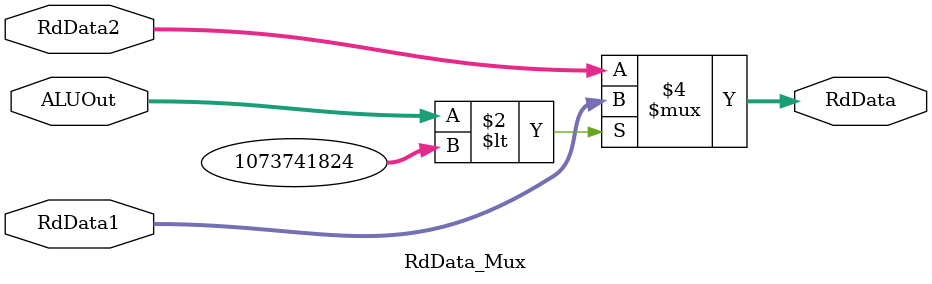
<source format=v>
module RdData_Mux(RdData1, RdData2, ALUOut, RdData);
input [31:0] RdData1, RdData2, ALUOut;
output reg[31:0] RdData;
always@(*)
  if(ALUOut < 32'h40000000)
    RdData <= RdData1;
  else
    RdData <= RdData2;
endmodule


</source>
